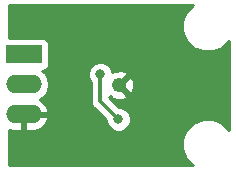
<source format=gbl>
G04 #@! TF.GenerationSoftware,KiCad,Pcbnew,(5.0.2)-1*
G04 #@! TF.CreationDate,2019-02-23T10:33:44+09:00*
G04 #@! TF.ProjectId,SPU0410LR5H,53505530-3431-4304-9c52-35482e6b6963,v1.1*
G04 #@! TF.SameCoordinates,Original*
G04 #@! TF.FileFunction,Copper,L2,Bot*
G04 #@! TF.FilePolarity,Positive*
%FSLAX46Y46*%
G04 Gerber Fmt 4.6, Leading zero omitted, Abs format (unit mm)*
G04 Created by KiCad (PCBNEW (5.0.2)-1) date 2019/02/23 10:33:44*
%MOMM*%
%LPD*%
G01*
G04 APERTURE LIST*
G04 #@! TA.AperFunction,ComponentPad*
%ADD10R,3.048000X1.524000*%
G04 #@! TD*
G04 #@! TA.AperFunction,ComponentPad*
%ADD11O,3.048000X1.524000*%
G04 #@! TD*
G04 #@! TA.AperFunction,ComponentPad*
%ADD12C,1.224000*%
G04 #@! TD*
G04 #@! TA.AperFunction,ViaPad*
%ADD13C,0.800000*%
G04 #@! TD*
G04 #@! TA.AperFunction,Conductor*
%ADD14C,0.300000*%
G04 #@! TD*
G04 #@! TA.AperFunction,Conductor*
%ADD15C,0.254000*%
G04 #@! TD*
G04 APERTURE END LIST*
D10*
G04 #@! TO.P,P1,1*
G04 #@! TO.N,VDD*
X141920000Y-108880000D03*
D11*
G04 #@! TO.P,P1,2*
G04 #@! TO.N,SOUT*
X141920000Y-111420000D03*
G04 #@! TO.P,P1,3*
G04 #@! TO.N,GND*
X141920000Y-113960000D03*
G04 #@! TD*
D12*
G04 #@! TO.P,U1,6*
G04 #@! TO.N,GND*
X150000000Y-111500000D03*
G04 #@! TD*
D13*
G04 #@! TO.N,GND*
X146000000Y-108000000D03*
X148600000Y-107300000D03*
X153000000Y-109200000D03*
X158200000Y-110300000D03*
X154300000Y-116700000D03*
X146200000Y-117400000D03*
X146500000Y-111300000D03*
G04 #@! TO.N,Net-(C1-Pad1)*
X149947900Y-114390300D03*
X148400000Y-110571600D03*
G04 #@! TD*
D14*
G04 #@! TO.N,GND*
X153000000Y-109200000D02*
X157100000Y-109200000D01*
X157100000Y-109200000D02*
X158200000Y-110300000D01*
G04 #@! TO.N,Net-(C1-Pad1)*
X148400000Y-110571600D02*
X148400000Y-112842400D01*
X148400000Y-112842400D02*
X149947900Y-114390300D01*
G04 #@! TD*
D15*
G04 #@! TO.N,GND*
G36*
X155690034Y-105290620D02*
X155365000Y-106075322D01*
X155365000Y-106924678D01*
X155690034Y-107709380D01*
X156290620Y-108309966D01*
X157075322Y-108635000D01*
X157924678Y-108635000D01*
X158709380Y-108309966D01*
X159290000Y-107729346D01*
X159290001Y-115270655D01*
X158709380Y-114690034D01*
X157924678Y-114365000D01*
X157075322Y-114365000D01*
X156290620Y-114690034D01*
X155690034Y-115290620D01*
X155365000Y-116075322D01*
X155365000Y-116924678D01*
X155690034Y-117709380D01*
X156270654Y-118290000D01*
X140710000Y-118290000D01*
X140710000Y-115262254D01*
X141031000Y-115357000D01*
X141793000Y-115357000D01*
X141793000Y-114087000D01*
X142047000Y-114087000D01*
X142047000Y-115357000D01*
X142809000Y-115357000D01*
X143333941Y-115202059D01*
X143759630Y-114858026D01*
X144021260Y-114377277D01*
X144036220Y-114303070D01*
X143913720Y-114087000D01*
X142047000Y-114087000D01*
X141793000Y-114087000D01*
X141773000Y-114087000D01*
X141773000Y-113833000D01*
X141793000Y-113833000D01*
X141793000Y-113813000D01*
X142047000Y-113813000D01*
X142047000Y-113833000D01*
X143913720Y-113833000D01*
X144036220Y-113616930D01*
X144021260Y-113542723D01*
X143759630Y-113061974D01*
X143333941Y-112717941D01*
X143278511Y-112701580D01*
X143689180Y-112427180D01*
X143997944Y-111965082D01*
X144106368Y-111420000D01*
X143997944Y-110874918D01*
X143689180Y-110412820D01*
X143618699Y-110365726D01*
X147365000Y-110365726D01*
X147365000Y-110777474D01*
X147522569Y-111157880D01*
X147615000Y-111250311D01*
X147615001Y-112765084D01*
X147599622Y-112842400D01*
X147660546Y-113148691D01*
X147790251Y-113342808D01*
X147790254Y-113342811D01*
X147834048Y-113408353D01*
X147899590Y-113452147D01*
X148912900Y-114465458D01*
X148912900Y-114596174D01*
X149070469Y-114976580D01*
X149361620Y-115267731D01*
X149742026Y-115425300D01*
X150153774Y-115425300D01*
X150534180Y-115267731D01*
X150825331Y-114976580D01*
X150982900Y-114596174D01*
X150982900Y-114184426D01*
X150825331Y-113804020D01*
X150534180Y-113512869D01*
X150153774Y-113355300D01*
X150023058Y-113355300D01*
X149185000Y-112517243D01*
X149185000Y-112479555D01*
X149192526Y-112487081D01*
X149308161Y-112371446D01*
X149359155Y-112598113D01*
X149828166Y-112759764D01*
X150323337Y-112729629D01*
X150640845Y-112598113D01*
X150691839Y-112371444D01*
X150000000Y-111679605D01*
X149985858Y-111693748D01*
X149806253Y-111514143D01*
X149820395Y-111500000D01*
X150179605Y-111500000D01*
X150871444Y-112191839D01*
X151098113Y-112140845D01*
X151259764Y-111671834D01*
X151229629Y-111176663D01*
X151098113Y-110859155D01*
X150871444Y-110808161D01*
X150179605Y-111500000D01*
X149820395Y-111500000D01*
X149806253Y-111485858D01*
X149985858Y-111306253D01*
X150000000Y-111320395D01*
X150691839Y-110628556D01*
X150640845Y-110401887D01*
X150171834Y-110240236D01*
X149676663Y-110270371D01*
X149435000Y-110370471D01*
X149435000Y-110365726D01*
X149277431Y-109985320D01*
X148986280Y-109694169D01*
X148605874Y-109536600D01*
X148194126Y-109536600D01*
X147813720Y-109694169D01*
X147522569Y-109985320D01*
X147365000Y-110365726D01*
X143618699Y-110365726D01*
X143490643Y-110280162D01*
X143691765Y-110240157D01*
X143901809Y-110099809D01*
X144042157Y-109889765D01*
X144091440Y-109642000D01*
X144091440Y-108118000D01*
X144042157Y-107870235D01*
X143901809Y-107660191D01*
X143691765Y-107519843D01*
X143444000Y-107470560D01*
X140710000Y-107470560D01*
X140710000Y-104710000D01*
X156270654Y-104710000D01*
X155690034Y-105290620D01*
X155690034Y-105290620D01*
G37*
X155690034Y-105290620D02*
X155365000Y-106075322D01*
X155365000Y-106924678D01*
X155690034Y-107709380D01*
X156290620Y-108309966D01*
X157075322Y-108635000D01*
X157924678Y-108635000D01*
X158709380Y-108309966D01*
X159290000Y-107729346D01*
X159290001Y-115270655D01*
X158709380Y-114690034D01*
X157924678Y-114365000D01*
X157075322Y-114365000D01*
X156290620Y-114690034D01*
X155690034Y-115290620D01*
X155365000Y-116075322D01*
X155365000Y-116924678D01*
X155690034Y-117709380D01*
X156270654Y-118290000D01*
X140710000Y-118290000D01*
X140710000Y-115262254D01*
X141031000Y-115357000D01*
X141793000Y-115357000D01*
X141793000Y-114087000D01*
X142047000Y-114087000D01*
X142047000Y-115357000D01*
X142809000Y-115357000D01*
X143333941Y-115202059D01*
X143759630Y-114858026D01*
X144021260Y-114377277D01*
X144036220Y-114303070D01*
X143913720Y-114087000D01*
X142047000Y-114087000D01*
X141793000Y-114087000D01*
X141773000Y-114087000D01*
X141773000Y-113833000D01*
X141793000Y-113833000D01*
X141793000Y-113813000D01*
X142047000Y-113813000D01*
X142047000Y-113833000D01*
X143913720Y-113833000D01*
X144036220Y-113616930D01*
X144021260Y-113542723D01*
X143759630Y-113061974D01*
X143333941Y-112717941D01*
X143278511Y-112701580D01*
X143689180Y-112427180D01*
X143997944Y-111965082D01*
X144106368Y-111420000D01*
X143997944Y-110874918D01*
X143689180Y-110412820D01*
X143618699Y-110365726D01*
X147365000Y-110365726D01*
X147365000Y-110777474D01*
X147522569Y-111157880D01*
X147615000Y-111250311D01*
X147615001Y-112765084D01*
X147599622Y-112842400D01*
X147660546Y-113148691D01*
X147790251Y-113342808D01*
X147790254Y-113342811D01*
X147834048Y-113408353D01*
X147899590Y-113452147D01*
X148912900Y-114465458D01*
X148912900Y-114596174D01*
X149070469Y-114976580D01*
X149361620Y-115267731D01*
X149742026Y-115425300D01*
X150153774Y-115425300D01*
X150534180Y-115267731D01*
X150825331Y-114976580D01*
X150982900Y-114596174D01*
X150982900Y-114184426D01*
X150825331Y-113804020D01*
X150534180Y-113512869D01*
X150153774Y-113355300D01*
X150023058Y-113355300D01*
X149185000Y-112517243D01*
X149185000Y-112479555D01*
X149192526Y-112487081D01*
X149308161Y-112371446D01*
X149359155Y-112598113D01*
X149828166Y-112759764D01*
X150323337Y-112729629D01*
X150640845Y-112598113D01*
X150691839Y-112371444D01*
X150000000Y-111679605D01*
X149985858Y-111693748D01*
X149806253Y-111514143D01*
X149820395Y-111500000D01*
X150179605Y-111500000D01*
X150871444Y-112191839D01*
X151098113Y-112140845D01*
X151259764Y-111671834D01*
X151229629Y-111176663D01*
X151098113Y-110859155D01*
X150871444Y-110808161D01*
X150179605Y-111500000D01*
X149820395Y-111500000D01*
X149806253Y-111485858D01*
X149985858Y-111306253D01*
X150000000Y-111320395D01*
X150691839Y-110628556D01*
X150640845Y-110401887D01*
X150171834Y-110240236D01*
X149676663Y-110270371D01*
X149435000Y-110370471D01*
X149435000Y-110365726D01*
X149277431Y-109985320D01*
X148986280Y-109694169D01*
X148605874Y-109536600D01*
X148194126Y-109536600D01*
X147813720Y-109694169D01*
X147522569Y-109985320D01*
X147365000Y-110365726D01*
X143618699Y-110365726D01*
X143490643Y-110280162D01*
X143691765Y-110240157D01*
X143901809Y-110099809D01*
X144042157Y-109889765D01*
X144091440Y-109642000D01*
X144091440Y-108118000D01*
X144042157Y-107870235D01*
X143901809Y-107660191D01*
X143691765Y-107519843D01*
X143444000Y-107470560D01*
X140710000Y-107470560D01*
X140710000Y-104710000D01*
X156270654Y-104710000D01*
X155690034Y-105290620D01*
G04 #@! TD*
M02*

</source>
